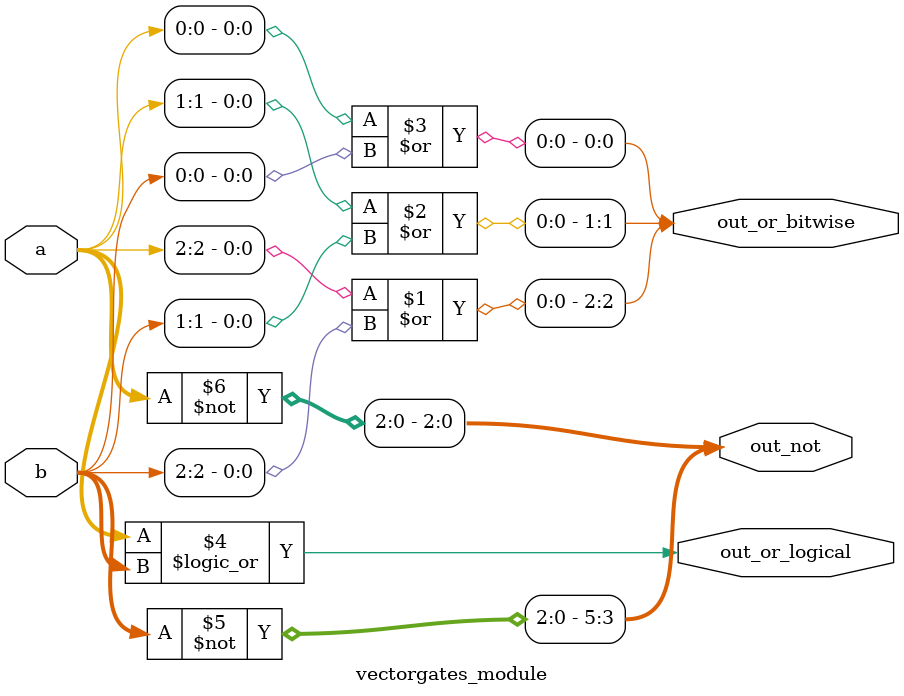
<source format=v>
module vectorgates_module( 
   input [2:0] a,
   input [2:0] b,
   output [2:0] out_or_bitwise,
   output out_or_logical,
   output [5:0] out_not
);
   assign out_or_bitwise[2] = a[2] | b[2];
   assign out_or_bitwise[1] = a[1] | b[1];
   assign out_or_bitwise[0] = a[0] | b[0];
   assign out_or_logical = a || b;
   assign out_not[5:3] = ~b[2:0];
   assign out_not[2:0] = ~a[2:0];
endmodule 
</source>
